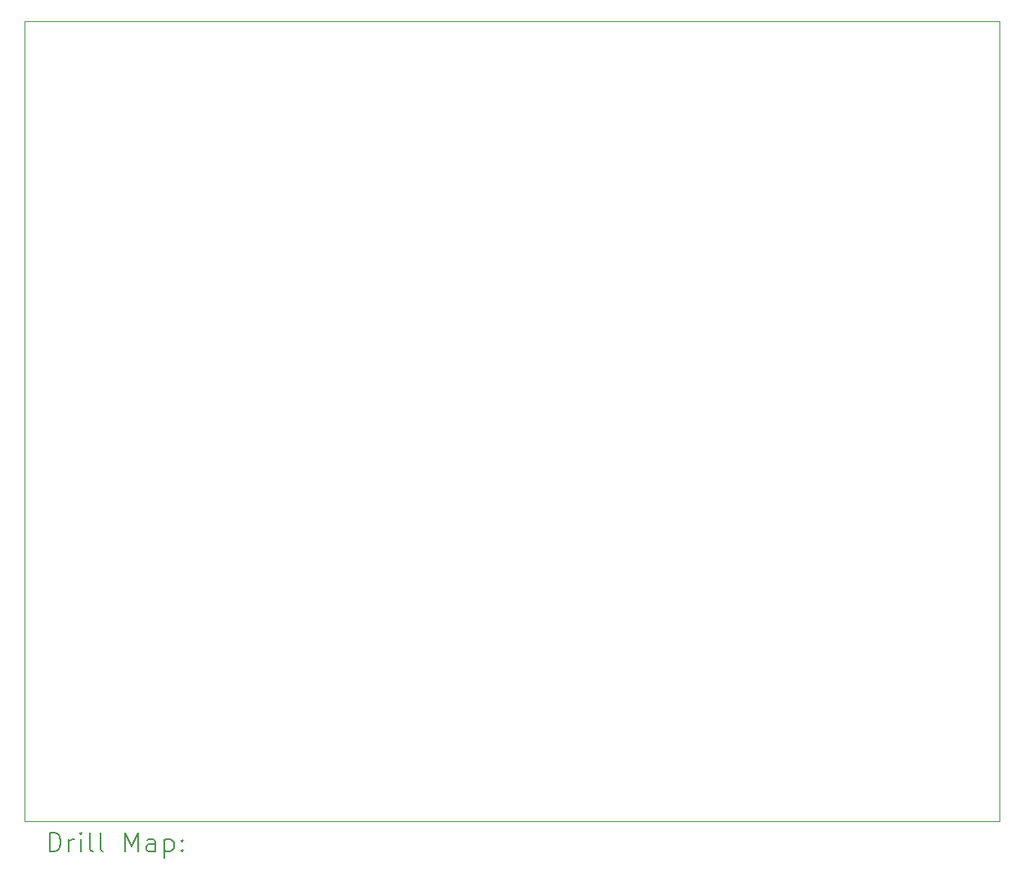
<source format=gbr>
%TF.GenerationSoftware,KiCad,Pcbnew,8.0.6*%
%TF.CreationDate,2024-11-26T09:23:34+00:00*%
%TF.ProjectId,stp16cp05_led_matrix_8x16_breakout_m0805,73747031-3663-4703-9035-5f6c65645f6d,v03*%
%TF.SameCoordinates,Original*%
%TF.FileFunction,Drillmap*%
%TF.FilePolarity,Positive*%
%FSLAX45Y45*%
G04 Gerber Fmt 4.5, Leading zero omitted, Abs format (unit mm)*
G04 Created by KiCad (PCBNEW 8.0.6) date 2024-11-26 09:23:34*
%MOMM*%
%LPD*%
G01*
G04 APERTURE LIST*
%ADD10C,0.050000*%
%ADD11C,0.200000*%
G04 APERTURE END LIST*
D10*
X13900000Y-4200000D02*
X24000000Y-4200000D01*
X24000000Y-12500000D01*
X13900000Y-12500000D01*
X13900000Y-4200000D01*
D11*
X14158277Y-12813984D02*
X14158277Y-12613984D01*
X14158277Y-12613984D02*
X14205896Y-12613984D01*
X14205896Y-12613984D02*
X14234467Y-12623508D01*
X14234467Y-12623508D02*
X14253515Y-12642555D01*
X14253515Y-12642555D02*
X14263039Y-12661603D01*
X14263039Y-12661603D02*
X14272562Y-12699698D01*
X14272562Y-12699698D02*
X14272562Y-12728269D01*
X14272562Y-12728269D02*
X14263039Y-12766365D01*
X14263039Y-12766365D02*
X14253515Y-12785412D01*
X14253515Y-12785412D02*
X14234467Y-12804460D01*
X14234467Y-12804460D02*
X14205896Y-12813984D01*
X14205896Y-12813984D02*
X14158277Y-12813984D01*
X14358277Y-12813984D02*
X14358277Y-12680650D01*
X14358277Y-12718746D02*
X14367801Y-12699698D01*
X14367801Y-12699698D02*
X14377324Y-12690174D01*
X14377324Y-12690174D02*
X14396372Y-12680650D01*
X14396372Y-12680650D02*
X14415420Y-12680650D01*
X14482086Y-12813984D02*
X14482086Y-12680650D01*
X14482086Y-12613984D02*
X14472562Y-12623508D01*
X14472562Y-12623508D02*
X14482086Y-12633031D01*
X14482086Y-12633031D02*
X14491610Y-12623508D01*
X14491610Y-12623508D02*
X14482086Y-12613984D01*
X14482086Y-12613984D02*
X14482086Y-12633031D01*
X14605896Y-12813984D02*
X14586848Y-12804460D01*
X14586848Y-12804460D02*
X14577324Y-12785412D01*
X14577324Y-12785412D02*
X14577324Y-12613984D01*
X14710658Y-12813984D02*
X14691610Y-12804460D01*
X14691610Y-12804460D02*
X14682086Y-12785412D01*
X14682086Y-12785412D02*
X14682086Y-12613984D01*
X14939229Y-12813984D02*
X14939229Y-12613984D01*
X14939229Y-12613984D02*
X15005896Y-12756841D01*
X15005896Y-12756841D02*
X15072562Y-12613984D01*
X15072562Y-12613984D02*
X15072562Y-12813984D01*
X15253515Y-12813984D02*
X15253515Y-12709222D01*
X15253515Y-12709222D02*
X15243991Y-12690174D01*
X15243991Y-12690174D02*
X15224943Y-12680650D01*
X15224943Y-12680650D02*
X15186848Y-12680650D01*
X15186848Y-12680650D02*
X15167801Y-12690174D01*
X15253515Y-12804460D02*
X15234467Y-12813984D01*
X15234467Y-12813984D02*
X15186848Y-12813984D01*
X15186848Y-12813984D02*
X15167801Y-12804460D01*
X15167801Y-12804460D02*
X15158277Y-12785412D01*
X15158277Y-12785412D02*
X15158277Y-12766365D01*
X15158277Y-12766365D02*
X15167801Y-12747317D01*
X15167801Y-12747317D02*
X15186848Y-12737793D01*
X15186848Y-12737793D02*
X15234467Y-12737793D01*
X15234467Y-12737793D02*
X15253515Y-12728269D01*
X15348753Y-12680650D02*
X15348753Y-12880650D01*
X15348753Y-12690174D02*
X15367801Y-12680650D01*
X15367801Y-12680650D02*
X15405896Y-12680650D01*
X15405896Y-12680650D02*
X15424943Y-12690174D01*
X15424943Y-12690174D02*
X15434467Y-12699698D01*
X15434467Y-12699698D02*
X15443991Y-12718746D01*
X15443991Y-12718746D02*
X15443991Y-12775888D01*
X15443991Y-12775888D02*
X15434467Y-12794936D01*
X15434467Y-12794936D02*
X15424943Y-12804460D01*
X15424943Y-12804460D02*
X15405896Y-12813984D01*
X15405896Y-12813984D02*
X15367801Y-12813984D01*
X15367801Y-12813984D02*
X15348753Y-12804460D01*
X15529705Y-12794936D02*
X15539229Y-12804460D01*
X15539229Y-12804460D02*
X15529705Y-12813984D01*
X15529705Y-12813984D02*
X15520182Y-12804460D01*
X15520182Y-12804460D02*
X15529705Y-12794936D01*
X15529705Y-12794936D02*
X15529705Y-12813984D01*
X15529705Y-12690174D02*
X15539229Y-12699698D01*
X15539229Y-12699698D02*
X15529705Y-12709222D01*
X15529705Y-12709222D02*
X15520182Y-12699698D01*
X15520182Y-12699698D02*
X15529705Y-12690174D01*
X15529705Y-12690174D02*
X15529705Y-12709222D01*
M02*

</source>
